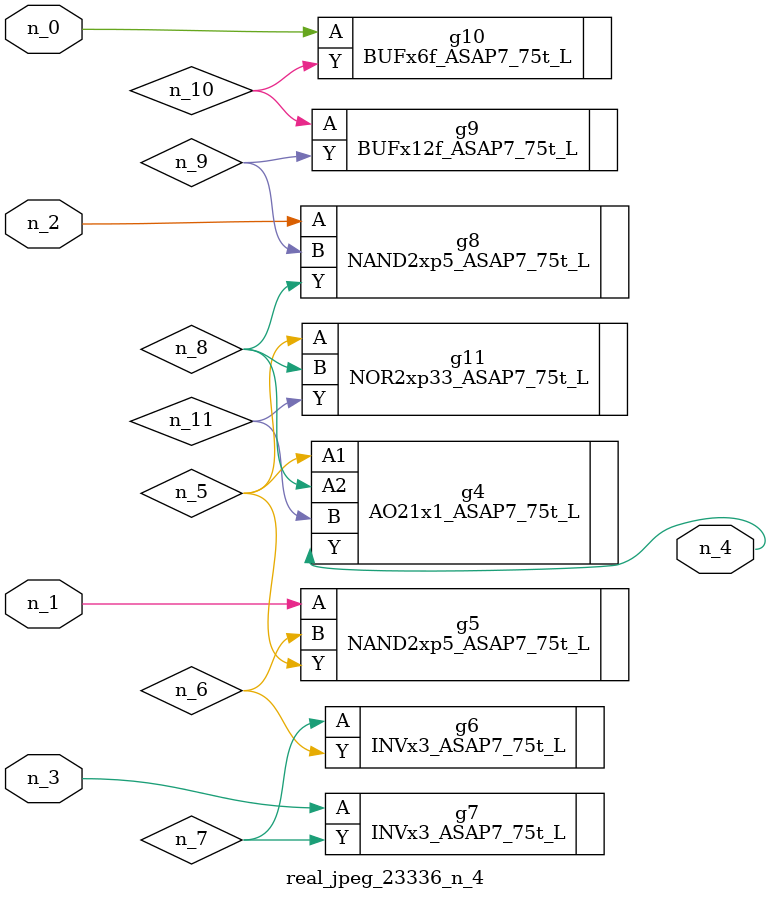
<source format=v>
module real_jpeg_23336_n_4 (n_3, n_1, n_0, n_2, n_4);

input n_3;
input n_1;
input n_0;
input n_2;

output n_4;

wire n_5;
wire n_8;
wire n_11;
wire n_6;
wire n_7;
wire n_10;
wire n_9;

BUFx6f_ASAP7_75t_L g10 ( 
.A(n_0),
.Y(n_10)
);

NAND2xp5_ASAP7_75t_L g5 ( 
.A(n_1),
.B(n_6),
.Y(n_5)
);

NAND2xp5_ASAP7_75t_L g8 ( 
.A(n_2),
.B(n_9),
.Y(n_8)
);

INVx3_ASAP7_75t_L g7 ( 
.A(n_3),
.Y(n_7)
);

AO21x1_ASAP7_75t_L g4 ( 
.A1(n_5),
.A2(n_8),
.B(n_11),
.Y(n_4)
);

NOR2xp33_ASAP7_75t_L g11 ( 
.A(n_5),
.B(n_8),
.Y(n_11)
);

INVx3_ASAP7_75t_L g6 ( 
.A(n_7),
.Y(n_6)
);

BUFx12f_ASAP7_75t_L g9 ( 
.A(n_10),
.Y(n_9)
);


endmodule
</source>
